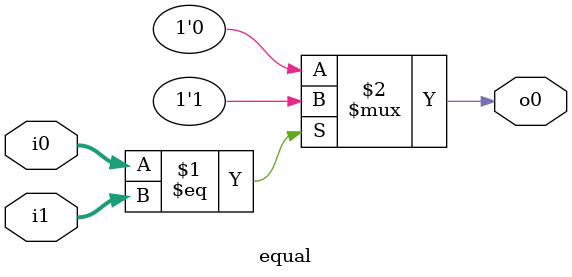
<source format=v>

`timescale 1 ns / 10 ps

module equal (i0, i1, o0);

     // synopsys template
     parameter width = 2;

     input  [width-1:0] i0;   // input data i0
     wire   [width-1:0] i0;

     input  [width-1:0] i1;   // input data i1
     wire   [width-1:0] i1;


     output             o0;   // output data
     wire               o0;


     assign o0 = (i0 == i1) ? 1'b1 : 1'b0 ;

endmodule

</source>
